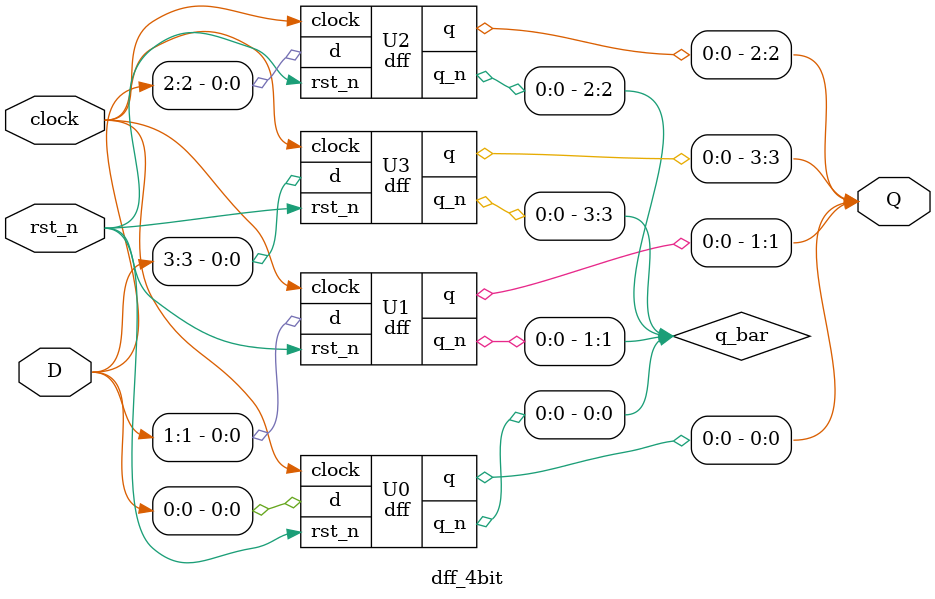
<source format=v>
module dff (
  input rst_n, clock,
  input d,
  output reg q,
  output q_n
);

  always @(posedge clock )
    if( !rst_n )
      q <= 0;
    else
      q <= d;

  assign q_n = ~q;

endmodule

module dff_4bit (
  input rst_n, clock,
  input [3:0] D,
  output [3:0] Q
);

  wire [3:0] q_bar;

  dff U0 ( rst_n, clock, D[0], Q[0], q_bar[0] );
  dff U1 ( rst_n, clock, D[1], Q[1], q_bar[1] );
  dff U2 ( rst_n, clock, D[2], Q[2], q_bar[2] );
  dff U3 ( rst_n, clock, D[3], Q[3], q_bar[3] );

endmodule

</source>
